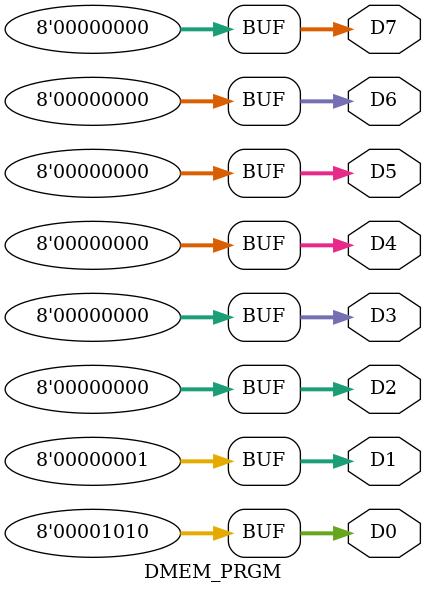
<source format=v>
module DMEM_PRGM(D0, D1, D2, D3, D4, D5, D6, D7);
	output [7:0] D0, D1, D2, D3, D4, D5, D6, D7;
	
//	add1, add3, sub1, cs1, count up
//	assign D0 = 8'b00000000;
//	assign D1 = 8'b00000000;
//	assign D2 = 8'b00000000;
//	assign D3 = 8'b00000000;
//	assign D4 = 8'b00000000;
//	assign D5 = 8'b00000000;
//	assign D6 = 8'b00000000;
//	assign D7 = 8'b00000000;
	
//	add2, sub2, mul
//	assign D0 = 8'b00100010;
//	assign D1 = 8'b10101000;
//	assign D2 = 8'b00000100;
//	assign D3 = 8'b00000011;
//	assign D4 = 8'b00100010;
//	assign D5 = 8'b00000000;
//	assign D6 = 8'b00000000;
//	assign D7 = 8'b00000000;
//	
//	int div
//	assign D0 = 8'b00001001;
//	assign D1 = 8'b00000011;
//	assign D2 = 8'b00000000;
//	assign D3 = 8'b00000000;
//	assign D4 = 8'b00000000;
//	assign D5 = 8'b00000000;
//	assign D6 = 8'b00000000;
//	assign D7 = 8'b00000000;
//	
//	array traversal
//	assign D0 = 8'b01000001;
//	assign D1 = 8'b00010100;
//	assign D2 = 8'b01000000;
//	assign D3 = 8'b00000010;
//	assign D4 = 8'b00100000;
//	assign D5 = 8'b00000110;
//	assign D6 = 8'b10000000;
//	assign D7 = 8'b01101010;
//	
//	cs2
	assign D0 = 8'b00001010;
	assign D1 = 8'b00000001;
	assign D2 = 8'b00000000;
	assign D3 = 8'b00000000;
	assign D4 = 8'b00000000;
	assign D5 = 8'b00000000;
	assign D6 = 8'b00000000;
	assign D7 = 8'b00000000;
endmodule
</source>
